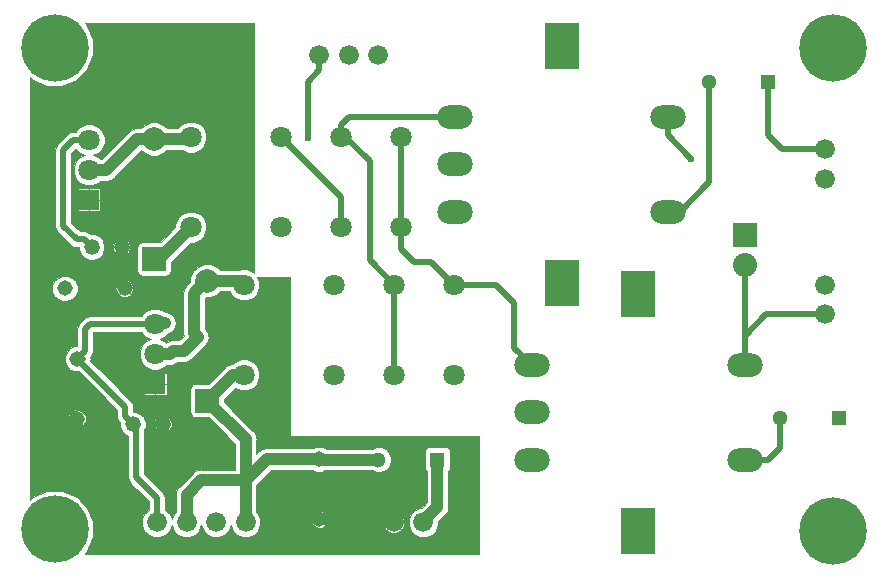
<source format=gtl>
G04 #@! TF.GenerationSoftware,KiCad,Pcbnew,(5.0.0)*
G04 #@! TF.CreationDate,2018-11-08T09:59:28+09:00*
G04 #@! TF.ProjectId,Headphone-controler-v2r2,4865616470686F6E652D636F6E74726F,rev?*
G04 #@! TF.SameCoordinates,Original*
G04 #@! TF.FileFunction,Copper,L1,Top,Signal*
G04 #@! TF.FilePolarity,Positive*
%FSLAX46Y46*%
G04 Gerber Fmt 4.6, Leading zero omitted, Abs format (unit mm)*
G04 Created by KiCad (PCBNEW (5.0.0)) date 11/08/18 09:59:28*
%MOMM*%
%LPD*%
G01*
G04 APERTURE LIST*
G04 #@! TA.AperFunction,ComponentPad*
%ADD10R,1.300000X1.300000*%
G04 #@! TD*
G04 #@! TA.AperFunction,ComponentPad*
%ADD11C,1.300000*%
G04 #@! TD*
G04 #@! TA.AperFunction,ComponentPad*
%ADD12C,1.676400*%
G04 #@! TD*
G04 #@! TA.AperFunction,ComponentPad*
%ADD13C,1.308000*%
G04 #@! TD*
G04 #@! TA.AperFunction,ComponentPad*
%ADD14R,2.032000X2.032000*%
G04 #@! TD*
G04 #@! TA.AperFunction,ComponentPad*
%ADD15O,2.032000X2.032000*%
G04 #@! TD*
G04 #@! TA.AperFunction,ComponentPad*
%ADD16R,1.800000X1.800000*%
G04 #@! TD*
G04 #@! TA.AperFunction,ComponentPad*
%ADD17C,1.800000*%
G04 #@! TD*
G04 #@! TA.AperFunction,ComponentPad*
%ADD18C,1.320800*%
G04 #@! TD*
G04 #@! TA.AperFunction,ComponentPad*
%ADD19R,3.000000X4.000000*%
G04 #@! TD*
G04 #@! TA.AperFunction,ComponentPad*
%ADD20O,3.000000X2.000000*%
G04 #@! TD*
G04 #@! TA.AperFunction,ComponentPad*
%ADD21C,1.998980*%
G04 #@! TD*
G04 #@! TA.AperFunction,ComponentPad*
%ADD22R,1.998980X1.998980*%
G04 #@! TD*
G04 #@! TA.AperFunction,ComponentPad*
%ADD23C,5.700000*%
G04 #@! TD*
G04 #@! TA.AperFunction,ViaPad*
%ADD24C,0.600000*%
G04 #@! TD*
G04 #@! TA.AperFunction,ViaPad*
%ADD25C,0.400000*%
G04 #@! TD*
G04 #@! TA.AperFunction,Conductor*
%ADD26C,0.500000*%
G04 #@! TD*
G04 #@! TA.AperFunction,Conductor*
%ADD27C,0.200000*%
G04 #@! TD*
G04 #@! TA.AperFunction,Conductor*
%ADD28C,1.000000*%
G04 #@! TD*
G04 #@! TA.AperFunction,Conductor*
%ADD29C,0.025400*%
G04 #@! TD*
G04 APERTURE END LIST*
D10*
G04 #@! TO.P,F1,1*
G04 #@! TO.N,Net-(F1-Pad1)*
X131500000Y-107000000D03*
D11*
G04 #@! TO.P,F1,2*
G04 #@! TO.N,+5V*
X126500000Y-107000000D03*
G04 #@! TD*
D12*
G04 #@! TO.P,JP2,2*
G04 #@! TO.N,GND*
X127800000Y-112300000D03*
G04 #@! TO.P,JP2,1*
G04 #@! TO.N,Net-(F1-Pad1)*
X130300000Y-112300000D03*
G04 #@! TD*
D10*
G04 #@! TO.P,C1,1*
G04 #@! TO.N,Net-(C1-Pad1)*
X159500000Y-75000000D03*
D11*
G04 #@! TO.P,C1,2*
G04 #@! TO.N,Net-(C1-Pad2)*
X154500000Y-75000000D03*
G04 #@! TD*
D10*
G04 #@! TO.P,C2,1*
G04 #@! TO.N,Net-(C2-Pad1)*
X165500000Y-103500000D03*
D11*
G04 #@! TO.P,C2,2*
G04 #@! TO.N,Net-(C2-Pad2)*
X160500000Y-103500000D03*
G04 #@! TD*
D13*
G04 #@! TO.P,C3,1*
G04 #@! TO.N,+5V*
X121500000Y-106960000D03*
G04 #@! TO.P,C3,2*
G04 #@! TO.N,GND*
X121500000Y-112040000D03*
G04 #@! TD*
G04 #@! TO.P,C4,1*
G04 #@! TO.N,Net-(C4-Pad1)*
X99960000Y-92500000D03*
G04 #@! TO.P,C4,2*
G04 #@! TO.N,GND*
X105040000Y-92500000D03*
G04 #@! TD*
G04 #@! TO.P,C5,1*
G04 #@! TO.N,Net-(C5-Pad1)*
X101000000Y-98460000D03*
G04 #@! TO.P,C5,2*
G04 #@! TO.N,GND*
X101000000Y-103540000D03*
G04 #@! TD*
D12*
G04 #@! TO.P,JP1,2*
G04 #@! TO.N,Net-(JP1-Pad2)*
X124000000Y-72700000D03*
G04 #@! TO.P,JP1,1*
G04 #@! TO.N,Net-(JP1-Pad1)*
X121500000Y-72700000D03*
G04 #@! TO.P,JP1,3*
G04 #@! TO.N,Net-(JP1-Pad3)*
X126500000Y-72700000D03*
G04 #@! TD*
G04 #@! TO.P,JP3,2*
G04 #@! TO.N,Net-(C4-Pad1)*
X112750000Y-112300000D03*
G04 #@! TO.P,JP3,1*
G04 #@! TO.N,+5V*
X115250000Y-112300000D03*
G04 #@! TO.P,JP3,3*
X110250000Y-112300000D03*
G04 #@! TO.P,JP3,4*
G04 #@! TO.N,Net-(C5-Pad1)*
X107750000Y-112300000D03*
G04 #@! TD*
D14*
G04 #@! TO.P,JP4,1*
G04 #@! TO.N,Net-(JP4-Pad1)*
X157500000Y-88000000D03*
D15*
G04 #@! TO.P,JP4,2*
G04 #@! TO.N,Net-(JP4-Pad2)*
X157500000Y-90540000D03*
G04 #@! TD*
D12*
G04 #@! TO.P,JP5,2*
G04 #@! TO.N,Net-(JP4-Pad1)*
X164300000Y-83200000D03*
G04 #@! TO.P,JP5,1*
G04 #@! TO.N,Net-(C1-Pad1)*
X164300000Y-80700000D03*
G04 #@! TD*
G04 #@! TO.P,JP6,2*
G04 #@! TO.N,Net-(JP4-Pad2)*
X164300000Y-94700000D03*
G04 #@! TO.P,JP6,1*
G04 #@! TO.N,Net-(C2-Pad1)*
X164300000Y-92200000D03*
G04 #@! TD*
D16*
G04 #@! TO.P,Q1,1*
G04 #@! TO.N,GND*
X102000000Y-85000000D03*
D17*
G04 #@! TO.P,Q1,2*
G04 #@! TO.N,Net-(D1-Pad2)*
X102000000Y-82460000D03*
G04 #@! TO.P,Q1,3*
G04 #@! TO.N,Net-(C4-Pad1)*
X102000000Y-79920000D03*
G04 #@! TD*
D16*
G04 #@! TO.P,Q2,1*
G04 #@! TO.N,GND*
X107600000Y-100600000D03*
D17*
G04 #@! TO.P,Q2,2*
G04 #@! TO.N,Net-(D2-Pad2)*
X107600000Y-98060000D03*
G04 #@! TO.P,Q2,3*
G04 #@! TO.N,Net-(C5-Pad1)*
X107600000Y-95520000D03*
G04 #@! TD*
D18*
G04 #@! TO.P,R1,1*
G04 #@! TO.N,Net-(C4-Pad1)*
X102230000Y-89000000D03*
G04 #@! TO.P,R1,2*
G04 #@! TO.N,GND*
X104770000Y-89000000D03*
G04 #@! TD*
G04 #@! TO.P,R2,1*
G04 #@! TO.N,Net-(C5-Pad1)*
X105730000Y-104000000D03*
G04 #@! TO.P,R2,2*
G04 #@! TO.N,GND*
X108270000Y-104000000D03*
G04 #@! TD*
D17*
G04 #@! TO.P,RL1,16*
G04 #@! TO.N,Net-(D1-Pad2)*
X110610000Y-79690000D03*
G04 #@! TO.P,RL1,1*
G04 #@! TO.N,+5V*
X110610000Y-87310000D03*
G04 #@! TO.P,RL1,4*
G04 #@! TO.N,Net-(JP1-Pad1)*
X118230000Y-87310000D03*
G04 #@! TO.P,RL1,6*
G04 #@! TO.N,Net-(RL1-Pad13)*
X123310000Y-87310000D03*
G04 #@! TO.P,RL1,8*
G04 #@! TO.N,Net-(RL1-Pad8)*
X128390000Y-87310000D03*
G04 #@! TO.P,RL1,13*
G04 #@! TO.N,Net-(RL1-Pad13)*
X118230000Y-79690000D03*
G04 #@! TO.P,RL1,11*
G04 #@! TO.N,Net-(RL1-Pad11)*
X123310000Y-79690000D03*
G04 #@! TO.P,RL1,9*
G04 #@! TO.N,Net-(RL1-Pad8)*
X128390000Y-79690000D03*
G04 #@! TD*
G04 #@! TO.P,RL2,16*
G04 #@! TO.N,Net-(D2-Pad2)*
X115110000Y-92190000D03*
G04 #@! TO.P,RL2,1*
G04 #@! TO.N,+5V*
X115110000Y-99810000D03*
G04 #@! TO.P,RL2,4*
G04 #@! TO.N,Net-(JP1-Pad2)*
X122730000Y-99810000D03*
G04 #@! TO.P,RL2,6*
G04 #@! TO.N,Net-(RL1-Pad11)*
X127810000Y-99810000D03*
G04 #@! TO.P,RL2,8*
G04 #@! TO.N,Net-(RL2-Pad13)*
X132890000Y-99810000D03*
G04 #@! TO.P,RL2,13*
X122730000Y-92190000D03*
G04 #@! TO.P,RL2,11*
G04 #@! TO.N,Net-(RL1-Pad11)*
X127810000Y-92190000D03*
G04 #@! TO.P,RL2,9*
G04 #@! TO.N,Net-(RL1-Pad8)*
X132890000Y-92190000D03*
G04 #@! TD*
D19*
G04 #@! TO.P,T1,6*
G04 #@! TO.N,N/C*
X142000000Y-92000000D03*
D20*
G04 #@! TO.P,T1,3*
G04 #@! TO.N,Net-(RL1-Pad11)*
X133000000Y-78000000D03*
G04 #@! TO.P,T1,1*
G04 #@! TO.N,Net-(JP1-Pad3)*
X133000000Y-86000000D03*
G04 #@! TO.P,T1,4*
G04 #@! TO.N,Net-(JP4-Pad1)*
X151000000Y-78000000D03*
G04 #@! TO.P,T1,2*
G04 #@! TO.N,N/C*
X133000000Y-82000000D03*
G04 #@! TO.P,T1,5*
G04 #@! TO.N,Net-(C1-Pad2)*
X151000000Y-86000000D03*
D19*
G04 #@! TO.P,T1,6*
G04 #@! TO.N,N/C*
X142000000Y-72000000D03*
G04 #@! TD*
G04 #@! TO.P,T2,6*
G04 #@! TO.N,N/C*
X148500000Y-113000000D03*
D20*
G04 #@! TO.P,T2,3*
G04 #@! TO.N,Net-(RL1-Pad8)*
X139500000Y-99000000D03*
G04 #@! TO.P,T2,1*
G04 #@! TO.N,Net-(JP1-Pad3)*
X139500000Y-107000000D03*
G04 #@! TO.P,T2,4*
G04 #@! TO.N,Net-(JP4-Pad2)*
X157500000Y-99000000D03*
G04 #@! TO.P,T2,2*
G04 #@! TO.N,N/C*
X139500000Y-103000000D03*
G04 #@! TO.P,T2,5*
G04 #@! TO.N,Net-(C2-Pad2)*
X157500000Y-107000000D03*
D19*
G04 #@! TO.P,T2,6*
G04 #@! TO.N,N/C*
X148500000Y-93000000D03*
G04 #@! TD*
D21*
G04 #@! TO.P,D1,2*
G04 #@! TO.N,Net-(D1-Pad2)*
X107497460Y-79840000D03*
D22*
G04 #@! TO.P,D1,1*
G04 #@! TO.N,+5V*
X107497460Y-90000000D03*
G04 #@! TD*
D21*
G04 #@! TO.P,D2,2*
G04 #@! TO.N,Net-(D2-Pad2)*
X111997460Y-91840000D03*
D22*
G04 #@! TO.P,D2,1*
G04 #@! TO.N,+5V*
X111997460Y-102000000D03*
G04 #@! TD*
D23*
G04 #@! TO.P,REF\002A\002A,1*
G04 #@! TO.N,N/C*
X165000000Y-72100000D03*
G04 #@! TD*
G04 #@! TO.P,REF\002A\002A,1*
G04 #@! TO.N,N/C*
X165000000Y-113000000D03*
G04 #@! TD*
G04 #@! TO.P,REF\002A\002A,1*
G04 #@! TO.N,N/C*
X99100000Y-72100000D03*
G04 #@! TD*
G04 #@! TO.P,REF\002A\002A,1*
G04 #@! TO.N,N/C*
X99100000Y-112900000D03*
G04 #@! TD*
D24*
G04 #@! TO.N,GND*
X114400000Y-89400000D03*
X114600000Y-83200000D03*
X114800000Y-77200000D03*
X114800000Y-71400000D03*
X108800000Y-71400000D03*
X103600000Y-71200000D03*
X103800000Y-73600000D03*
X100800000Y-76200000D03*
X97800000Y-77600000D03*
X97800000Y-84000000D03*
X98000000Y-91000000D03*
X98000000Y-97000000D03*
X98200000Y-102600000D03*
D25*
X117000000Y-103000000D03*
X114500000Y-102000000D03*
X115500000Y-101500000D03*
X117000000Y-101000000D03*
X117000000Y-98000000D03*
X115500000Y-98000000D03*
X113500000Y-98500000D03*
X113500000Y-96000000D03*
X112000000Y-94000000D03*
X114500000Y-94000000D03*
X116500000Y-93500000D03*
X118000000Y-92000000D03*
X118000000Y-94000000D03*
X118000000Y-98000000D03*
X118000000Y-102500000D03*
X118000000Y-104500000D03*
X119000000Y-105500000D03*
X122000000Y-105500000D03*
X125500000Y-105500000D03*
X129500000Y-105500000D03*
X133000000Y-112000000D03*
X133000000Y-108000000D03*
X134000000Y-106000000D03*
X134000000Y-110000000D03*
X134000000Y-114000000D03*
X129000000Y-114000000D03*
X125000000Y-114000000D03*
X119000000Y-114000000D03*
X115000000Y-114000000D03*
X111000000Y-114000000D03*
X107000000Y-114000000D03*
X103500000Y-113500000D03*
X101800000Y-109600000D03*
X98200000Y-107200000D03*
D24*
X118500000Y-109250000D03*
X103500000Y-107500000D03*
X108000000Y-107500000D03*
G04 #@! TO.N,Net-(JP1-Pad1)*
X120500000Y-79750000D03*
G04 #@! TO.N,Net-(JP4-Pad1)*
X153000000Y-81500000D03*
G04 #@! TD*
D26*
G04 #@! TO.N,Net-(C1-Pad1)*
X164300000Y-80700000D02*
X160700000Y-80700000D01*
X159500000Y-79500000D02*
X159500000Y-75000000D01*
X160700000Y-80700000D02*
X159500000Y-79500000D01*
G04 #@! TO.N,Net-(C1-Pad2)*
X154500000Y-75000000D02*
X154500000Y-83500000D01*
X154500000Y-83500000D02*
X152000000Y-86000000D01*
X152000000Y-86000000D02*
X151000000Y-86000000D01*
G04 #@! TO.N,Net-(C2-Pad2)*
X157500000Y-107000000D02*
X159500000Y-107000000D01*
X160500000Y-106000000D02*
X160500000Y-103500000D01*
X159500000Y-107000000D02*
X160500000Y-106000000D01*
D27*
G04 #@! TO.N,GND*
X101000000Y-103540000D02*
X99140000Y-103540000D01*
X114400000Y-83400000D02*
X114400000Y-89400000D01*
X114600000Y-83200000D02*
X114400000Y-83400000D01*
X103800000Y-71400000D02*
X108800000Y-71400000D01*
X103600000Y-71200000D02*
X103800000Y-71400000D01*
X103400000Y-73600000D02*
X103800000Y-73600000D01*
X100800000Y-76200000D02*
X103400000Y-73600000D01*
X97800000Y-84000000D02*
X97800000Y-77600000D01*
X98000000Y-97000000D02*
X98000000Y-91000000D01*
X99140000Y-103540000D02*
X98200000Y-102600000D01*
X115500000Y-103000000D02*
X117000000Y-103000000D01*
X114500000Y-102000000D02*
X115500000Y-103000000D01*
X116500000Y-101500000D02*
X115500000Y-101500000D01*
X117000000Y-101000000D02*
X116500000Y-101500000D01*
X115500000Y-98000000D02*
X117000000Y-98000000D01*
X113500000Y-96000000D02*
X113500000Y-98500000D01*
X114500000Y-94000000D02*
X112000000Y-94000000D01*
X116500000Y-92500000D02*
X116500000Y-93500000D01*
X117000000Y-92000000D02*
X116500000Y-92500000D01*
X118000000Y-92000000D02*
X117000000Y-92000000D01*
X118000000Y-98000000D02*
X118000000Y-94000000D01*
X118000000Y-104500000D02*
X118000000Y-102500000D01*
X122000000Y-105500000D02*
X119000000Y-105500000D01*
X129500000Y-105500000D02*
X125500000Y-105500000D01*
X101000000Y-103540000D02*
X98200000Y-107200000D01*
X133000000Y-107000000D02*
X133000000Y-108000000D01*
X134000000Y-106000000D02*
X133000000Y-107000000D01*
X134000000Y-114000000D02*
X134000000Y-110000000D01*
X125000000Y-114000000D02*
X129000000Y-114000000D01*
X115000000Y-114000000D02*
X119000000Y-114000000D01*
X107000000Y-114000000D02*
X111000000Y-114000000D01*
X101800000Y-109600000D02*
X103500000Y-113500000D01*
D28*
X121500000Y-112040000D02*
X121290000Y-112040000D01*
X121290000Y-112040000D02*
X118500000Y-109250000D01*
X127800000Y-112300000D02*
X123800000Y-112300000D01*
X123540000Y-112040000D02*
X121500000Y-112040000D01*
X123800000Y-112300000D02*
X123540000Y-112040000D01*
X104770000Y-89000000D02*
X104770000Y-92230000D01*
X104770000Y-92230000D02*
X105040000Y-92500000D01*
X101000000Y-103540000D02*
X101000000Y-105000000D01*
X101000000Y-105000000D02*
X103500000Y-107500000D01*
X108000000Y-107500000D02*
X108270000Y-107230000D01*
X108270000Y-107230000D02*
X108270000Y-104000000D01*
D27*
X114800000Y-71400000D02*
X114800000Y-77200000D01*
D26*
G04 #@! TO.N,Net-(C4-Pad1)*
X101569601Y-88339601D02*
X100939601Y-88339601D01*
X102230000Y-89000000D02*
X101569601Y-88339601D01*
X100939601Y-88339601D02*
X99800000Y-87200000D01*
X99800000Y-87200000D02*
X99800000Y-80800000D01*
X100680000Y-79920000D02*
X102000000Y-79920000D01*
X99800000Y-80800000D02*
X100680000Y-79920000D01*
G04 #@! TO.N,Net-(C5-Pad1)*
X107750000Y-112300000D02*
X107750000Y-110250000D01*
X106000000Y-108500000D02*
X106000000Y-104270000D01*
X107750000Y-110250000D02*
X106000000Y-108500000D01*
X106000000Y-104270000D02*
X105730000Y-104000000D01*
X101000000Y-98460000D02*
X101460000Y-98460000D01*
D28*
X108000000Y-95420000D02*
X108417460Y-95420000D01*
D26*
X105069601Y-102529601D02*
X101000000Y-98460000D01*
X105730000Y-104000000D02*
X105069601Y-103339601D01*
X105069601Y-103339601D02*
X105069601Y-102529601D01*
X101653999Y-97806001D02*
X101653999Y-95946001D01*
X101000000Y-98460000D02*
X101653999Y-97806001D01*
X102080000Y-95520000D02*
X107600000Y-95520000D01*
X101653999Y-95946001D02*
X102080000Y-95520000D01*
D28*
G04 #@! TO.N,+5V*
X110250000Y-112300000D02*
X110250000Y-110000000D01*
X111500000Y-108750000D02*
X115250000Y-108750000D01*
X110250000Y-110000000D02*
X111500000Y-108750000D01*
X107497460Y-90000000D02*
X107920000Y-90000000D01*
X107920000Y-90000000D02*
X110610000Y-87310000D01*
X115250000Y-112300000D02*
X115250000Y-108750000D01*
X117040000Y-106960000D02*
X121500000Y-106960000D01*
X115250000Y-108750000D02*
X117040000Y-106960000D01*
X121500000Y-106960000D02*
X121540000Y-107000000D01*
X121540000Y-107000000D02*
X126500000Y-107000000D01*
X115110000Y-99810000D02*
X114187460Y-99810000D01*
X114187460Y-99810000D02*
X111997460Y-102000000D01*
X111997460Y-102000000D02*
X112000000Y-102000000D01*
X112000000Y-102000000D02*
X115250000Y-105250000D01*
X115250000Y-105250000D02*
X115250000Y-112300000D01*
G04 #@! TO.N,Net-(D1-Pad2)*
X107497460Y-79840000D02*
X110460000Y-79840000D01*
X110460000Y-79840000D02*
X110610000Y-79690000D01*
X110340000Y-79960000D02*
X110610000Y-79690000D01*
X103463968Y-82460000D02*
X102000000Y-82460000D01*
X107497460Y-79840000D02*
X106083968Y-79840000D01*
X106083968Y-79840000D02*
X103463968Y-82460000D01*
G04 #@! TO.N,Net-(D2-Pad2)*
X111997460Y-91840000D02*
X114760000Y-91840000D01*
X114760000Y-91840000D02*
X115110000Y-92190000D01*
X108872792Y-98060000D02*
X109132792Y-97800000D01*
X107600000Y-98060000D02*
X108872792Y-98060000D01*
X109132792Y-97800000D02*
X110000000Y-97800000D01*
X110000000Y-97800000D02*
X111200000Y-96600000D01*
X110997971Y-92839489D02*
X111997460Y-91840000D01*
X110899999Y-92937461D02*
X110997971Y-92839489D01*
X110899999Y-96299999D02*
X110899999Y-92937461D01*
X111200000Y-96600000D02*
X110899999Y-96299999D01*
D26*
G04 #@! TO.N,Net-(JP1-Pad1)*
X121500000Y-72200000D02*
X121500000Y-74000000D01*
X120500000Y-75000000D02*
X120500000Y-79750000D01*
X121500000Y-74000000D02*
X120500000Y-75000000D01*
X118230000Y-87310000D02*
X117810000Y-87310000D01*
G04 #@! TO.N,Net-(JP4-Pad1)*
X151000000Y-78000000D02*
X151000000Y-79500000D01*
X151000000Y-79500000D02*
X153000000Y-81500000D01*
G04 #@! TO.N,Net-(JP4-Pad2)*
X157500000Y-90540000D02*
X157500000Y-99000000D01*
X157500000Y-99000000D02*
X157500000Y-96500000D01*
X159300000Y-94700000D02*
X164300000Y-94700000D01*
X157500000Y-96500000D02*
X159300000Y-94700000D01*
G04 #@! TO.N,Net-(RL1-Pad11)*
X127810000Y-99810000D02*
X127810000Y-92190000D01*
X123310000Y-79690000D02*
X123690000Y-79690000D01*
X123690000Y-79690000D02*
X125750000Y-81750000D01*
X125750000Y-90130000D02*
X127810000Y-92190000D01*
X125750000Y-81750000D02*
X125750000Y-90130000D01*
X133000000Y-78000000D02*
X126500000Y-78000000D01*
X123310000Y-78690000D02*
X123310000Y-79690000D01*
X124000000Y-78000000D02*
X123310000Y-78690000D01*
X126500000Y-78000000D02*
X124000000Y-78000000D01*
G04 #@! TO.N,Net-(RL1-Pad8)*
X132890000Y-92190000D02*
X136440000Y-92190000D01*
X138000000Y-97500000D02*
X139500000Y-99000000D01*
X138000000Y-93750000D02*
X138000000Y-97500000D01*
X136440000Y-92190000D02*
X138000000Y-93750000D01*
X128390000Y-87310000D02*
X128390000Y-89140000D01*
X130950000Y-90250000D02*
X132890000Y-92190000D01*
X129500000Y-90250000D02*
X130950000Y-90250000D01*
X128390000Y-89140000D02*
X129500000Y-90250000D01*
X128390000Y-87310000D02*
X128390000Y-79690000D01*
G04 #@! TO.N,Net-(RL1-Pad13)*
X123310000Y-87310000D02*
X123310000Y-84770000D01*
X123310000Y-84770000D02*
X118230000Y-79690000D01*
D28*
G04 #@! TO.N,Net-(F1-Pad1)*
X130300000Y-112300000D02*
X130300000Y-112200000D01*
X130300000Y-112200000D02*
X131500000Y-111000000D01*
X131500000Y-111000000D02*
X131500000Y-107000000D01*
G04 #@! TD*
D29*
G04 #@! TO.N,GND*
G36*
X115987300Y-91210862D02*
X115853585Y-91077147D01*
X115371112Y-90877300D01*
X114848888Y-90877300D01*
X114767662Y-90910945D01*
X114760000Y-90909421D01*
X114670115Y-90927300D01*
X113081898Y-90927300D01*
X112797401Y-90642803D01*
X112278362Y-90427810D01*
X111716558Y-90427810D01*
X111197519Y-90642803D01*
X110800263Y-91040059D01*
X110585270Y-91559098D01*
X110585270Y-91961438D01*
X110318183Y-92228525D01*
X110241981Y-92279442D01*
X110191064Y-92355644D01*
X110191062Y-92355646D01*
X110040255Y-92581344D01*
X109969420Y-92937461D01*
X109987300Y-93027351D01*
X109987299Y-96210114D01*
X109969420Y-96299999D01*
X109987299Y-96389884D01*
X109987299Y-96389887D01*
X110009209Y-96500038D01*
X109621948Y-96887300D01*
X109222677Y-96887300D01*
X109132792Y-96869421D01*
X109042907Y-96887300D01*
X109042903Y-96887300D01*
X108776674Y-96940256D01*
X108512926Y-97116488D01*
X108343585Y-96947147D01*
X107964199Y-96790000D01*
X108343585Y-96632853D01*
X108677604Y-96298834D01*
X108773578Y-96279744D01*
X109075479Y-96078019D01*
X109277204Y-95776118D01*
X109348040Y-95420000D01*
X109277204Y-95063882D01*
X109075479Y-94761981D01*
X108773578Y-94560256D01*
X108507349Y-94507300D01*
X108443738Y-94507300D01*
X108343585Y-94407147D01*
X107861112Y-94207300D01*
X107338888Y-94207300D01*
X106856415Y-94407147D01*
X106487147Y-94776415D01*
X106453643Y-94857300D01*
X102145264Y-94857300D01*
X102079999Y-94844318D01*
X102014734Y-94857300D01*
X102014730Y-94857300D01*
X101821427Y-94895750D01*
X101602220Y-95042220D01*
X101565248Y-95097552D01*
X101231553Y-95431248D01*
X101176220Y-95468221D01*
X101139247Y-95523555D01*
X101029749Y-95687429D01*
X100978317Y-95946001D01*
X100991300Y-96011272D01*
X100991299Y-97393300D01*
X100787820Y-97393300D01*
X100395763Y-97555695D01*
X100095695Y-97855763D01*
X99933300Y-98247820D01*
X99933300Y-98672180D01*
X100095695Y-99064237D01*
X100395763Y-99364305D01*
X100787820Y-99526700D01*
X101129502Y-99526700D01*
X104406901Y-102804100D01*
X104406901Y-103274335D01*
X104393919Y-103339601D01*
X104406901Y-103404867D01*
X104406901Y-103404870D01*
X104445351Y-103598173D01*
X104591821Y-103817380D01*
X104647156Y-103854354D01*
X104656900Y-103864098D01*
X104656900Y-104213453D01*
X104820270Y-104607862D01*
X105122138Y-104909730D01*
X105337301Y-104998854D01*
X105337300Y-108434733D01*
X105324318Y-108500000D01*
X105337300Y-108565266D01*
X105337300Y-108565269D01*
X105375750Y-108758572D01*
X105522220Y-108977779D01*
X105577555Y-109014753D01*
X107087301Y-110524500D01*
X107087301Y-111220534D01*
X107041422Y-111239538D01*
X106689538Y-111591422D01*
X106499100Y-112051180D01*
X106499100Y-112548820D01*
X106689538Y-113008578D01*
X107041422Y-113360462D01*
X107501180Y-113550900D01*
X107998820Y-113550900D01*
X108458578Y-113360462D01*
X108810462Y-113008578D01*
X109000000Y-112550993D01*
X109189538Y-113008578D01*
X109541422Y-113360462D01*
X110001180Y-113550900D01*
X110498820Y-113550900D01*
X110958578Y-113360462D01*
X111310462Y-113008578D01*
X111500000Y-112550993D01*
X111689538Y-113008578D01*
X112041422Y-113360462D01*
X112501180Y-113550900D01*
X112998820Y-113550900D01*
X113458578Y-113360462D01*
X113810462Y-113008578D01*
X114000000Y-112550993D01*
X114189538Y-113008578D01*
X114541422Y-113360462D01*
X115001180Y-113550900D01*
X115498820Y-113550900D01*
X115958578Y-113360462D01*
X116310462Y-113008578D01*
X116335644Y-112947781D01*
X127170179Y-112947781D01*
X127269937Y-113051175D01*
X127597748Y-113196841D01*
X127956351Y-113205971D01*
X128291149Y-113077175D01*
X128330063Y-113051175D01*
X128429821Y-112947781D01*
X127800000Y-112317961D01*
X127170179Y-112947781D01*
X116335644Y-112947781D01*
X116498355Y-112554964D01*
X121002997Y-112554964D01*
X121080341Y-112639218D01*
X121341596Y-112754201D01*
X121626967Y-112760454D01*
X121893008Y-112657025D01*
X121919659Y-112639218D01*
X121997003Y-112554964D01*
X121500000Y-112057961D01*
X121002997Y-112554964D01*
X116498355Y-112554964D01*
X116500900Y-112548820D01*
X116500900Y-112166967D01*
X120779546Y-112166967D01*
X120882975Y-112433008D01*
X120900782Y-112459659D01*
X120985036Y-112537003D01*
X121482039Y-112040000D01*
X121517961Y-112040000D01*
X122014964Y-112537003D01*
X122099218Y-112459659D01*
X122100673Y-112456351D01*
X126894029Y-112456351D01*
X127022825Y-112791149D01*
X127048825Y-112830063D01*
X127152219Y-112929821D01*
X127782039Y-112300000D01*
X127817961Y-112300000D01*
X128447781Y-112929821D01*
X128551175Y-112830063D01*
X128696841Y-112502252D01*
X128705971Y-112143649D01*
X128670399Y-112051180D01*
X129049100Y-112051180D01*
X129049100Y-112548820D01*
X129239538Y-113008578D01*
X129591422Y-113360462D01*
X130051180Y-113550900D01*
X130548820Y-113550900D01*
X131008578Y-113360462D01*
X131360462Y-113008578D01*
X131550900Y-112548820D01*
X131550900Y-112239853D01*
X132081818Y-111708935D01*
X132158019Y-111658019D01*
X132248354Y-111522825D01*
X132359744Y-111356118D01*
X132382933Y-111239538D01*
X132412700Y-111089889D01*
X132412700Y-111089886D01*
X132430579Y-111000001D01*
X132412700Y-110910116D01*
X132412700Y-107970819D01*
X132447540Y-107947540D01*
X132538755Y-107811027D01*
X132570785Y-107650000D01*
X132570785Y-106350000D01*
X132538755Y-106188973D01*
X132447540Y-106052460D01*
X132311027Y-105961245D01*
X132150000Y-105929215D01*
X130850000Y-105929215D01*
X130688973Y-105961245D01*
X130552460Y-106052460D01*
X130461245Y-106188973D01*
X130429215Y-106350000D01*
X130429215Y-107650000D01*
X130461245Y-107811027D01*
X130552460Y-107947540D01*
X130587301Y-107970820D01*
X130587300Y-110621947D01*
X130160148Y-111049100D01*
X130051180Y-111049100D01*
X129591422Y-111239538D01*
X129239538Y-111591422D01*
X129049100Y-112051180D01*
X128670399Y-112051180D01*
X128577175Y-111808851D01*
X128551175Y-111769937D01*
X128447781Y-111670179D01*
X127817961Y-112300000D01*
X127782039Y-112300000D01*
X127152219Y-111670179D01*
X127048825Y-111769937D01*
X126903159Y-112097748D01*
X126894029Y-112456351D01*
X122100673Y-112456351D01*
X122214201Y-112198404D01*
X122220454Y-111913033D01*
X122119058Y-111652219D01*
X127170179Y-111652219D01*
X127800000Y-112282039D01*
X128429821Y-111652219D01*
X128330063Y-111548825D01*
X128002252Y-111403159D01*
X127643649Y-111394029D01*
X127308851Y-111522825D01*
X127269937Y-111548825D01*
X127170179Y-111652219D01*
X122119058Y-111652219D01*
X122117025Y-111646992D01*
X122099218Y-111620341D01*
X122014964Y-111542997D01*
X121517961Y-112040000D01*
X121482039Y-112040000D01*
X120985036Y-111542997D01*
X120900782Y-111620341D01*
X120785799Y-111881596D01*
X120779546Y-112166967D01*
X116500900Y-112166967D01*
X116500900Y-112051180D01*
X116310462Y-111591422D01*
X116244076Y-111525036D01*
X121002997Y-111525036D01*
X121500000Y-112022039D01*
X121997003Y-111525036D01*
X121919659Y-111440782D01*
X121658404Y-111325799D01*
X121373033Y-111319546D01*
X121106992Y-111422975D01*
X121080341Y-111440782D01*
X121002997Y-111525036D01*
X116244076Y-111525036D01*
X116162700Y-111443660D01*
X116162700Y-109128052D01*
X117418053Y-107872700D01*
X120916030Y-107872700D01*
X121287820Y-108026700D01*
X121712180Y-108026700D01*
X121987401Y-107912700D01*
X125926483Y-107912700D01*
X126288616Y-108062700D01*
X126711384Y-108062700D01*
X127101971Y-107900914D01*
X127400914Y-107601971D01*
X127562700Y-107211384D01*
X127562700Y-106788616D01*
X127400914Y-106398029D01*
X127101971Y-106099086D01*
X126711384Y-105937300D01*
X126288616Y-105937300D01*
X125926483Y-106087300D01*
X122135842Y-106087300D01*
X122104237Y-106055695D01*
X121712180Y-105893300D01*
X121287820Y-105893300D01*
X120916030Y-106047300D01*
X117129884Y-106047300D01*
X117039999Y-106029421D01*
X116950114Y-106047300D01*
X116950111Y-106047300D01*
X116749017Y-106087300D01*
X116683882Y-106100256D01*
X116458184Y-106251063D01*
X116458183Y-106251064D01*
X116381981Y-106301981D01*
X116331064Y-106378183D01*
X116162700Y-106546547D01*
X116162700Y-105339884D01*
X116180579Y-105249999D01*
X116162700Y-105160112D01*
X116162700Y-105160111D01*
X116109744Y-104893882D01*
X116012121Y-104747780D01*
X115958937Y-104668184D01*
X115958936Y-104668183D01*
X115908019Y-104591981D01*
X115831818Y-104541065D01*
X113417735Y-102126983D01*
X113417735Y-101870477D01*
X114365887Y-100922325D01*
X114366415Y-100922853D01*
X114848888Y-101122700D01*
X115371112Y-101122700D01*
X115853585Y-100922853D01*
X116222853Y-100553585D01*
X116422700Y-100071112D01*
X116422700Y-99548888D01*
X116222853Y-99066415D01*
X115853585Y-98697147D01*
X115371112Y-98497300D01*
X114848888Y-98497300D01*
X114366415Y-98697147D01*
X114183317Y-98880245D01*
X114097575Y-98897300D01*
X114097571Y-98897300D01*
X113831342Y-98950256D01*
X113605644Y-99101063D01*
X113605643Y-99101064D01*
X113529441Y-99151981D01*
X113478524Y-99228183D01*
X112126983Y-100579725D01*
X110997970Y-100579725D01*
X110836943Y-100611755D01*
X110700430Y-100702970D01*
X110609215Y-100839483D01*
X110577185Y-101000510D01*
X110577185Y-102999490D01*
X110609215Y-103160517D01*
X110700430Y-103297030D01*
X110836943Y-103388245D01*
X110997970Y-103420275D01*
X112129523Y-103420275D01*
X114337300Y-105628053D01*
X114337300Y-107837300D01*
X111589885Y-107837300D01*
X111500000Y-107819421D01*
X111410115Y-107837300D01*
X111410111Y-107837300D01*
X111143882Y-107890256D01*
X110918184Y-108041063D01*
X110918183Y-108041064D01*
X110841981Y-108091981D01*
X110791064Y-108168183D01*
X109668183Y-109291065D01*
X109591982Y-109341981D01*
X109541065Y-109418183D01*
X109541063Y-109418185D01*
X109390256Y-109643883D01*
X109319421Y-110000000D01*
X109337301Y-110089890D01*
X109337300Y-111443660D01*
X109189538Y-111591422D01*
X109000000Y-112049007D01*
X108810462Y-111591422D01*
X108458578Y-111239538D01*
X108412700Y-111220535D01*
X108412700Y-110315270D01*
X108425683Y-110250000D01*
X108374250Y-109991427D01*
X108264752Y-109827553D01*
X108227780Y-109772220D01*
X108172445Y-109735246D01*
X106662700Y-108225502D01*
X106662700Y-104552408D01*
X106676298Y-104519579D01*
X107768382Y-104519579D01*
X107846505Y-104604498D01*
X108110072Y-104720547D01*
X108397987Y-104726901D01*
X108666417Y-104622590D01*
X108693495Y-104604498D01*
X108771618Y-104519579D01*
X108270000Y-104017961D01*
X107768382Y-104519579D01*
X106676298Y-104519579D01*
X106803100Y-104213453D01*
X106803100Y-104127987D01*
X107543099Y-104127987D01*
X107647410Y-104396417D01*
X107665502Y-104423495D01*
X107750421Y-104501618D01*
X108252039Y-104000000D01*
X108287961Y-104000000D01*
X108789579Y-104501618D01*
X108874498Y-104423495D01*
X108990547Y-104159928D01*
X108996901Y-103872013D01*
X108892590Y-103603583D01*
X108874498Y-103576505D01*
X108789579Y-103498382D01*
X108287961Y-104000000D01*
X108252039Y-104000000D01*
X107750421Y-103498382D01*
X107665502Y-103576505D01*
X107549453Y-103840072D01*
X107543099Y-104127987D01*
X106803100Y-104127987D01*
X106803100Y-103786547D01*
X106676299Y-103480421D01*
X107768382Y-103480421D01*
X108270000Y-103982039D01*
X108771618Y-103480421D01*
X108693495Y-103395502D01*
X108429928Y-103279453D01*
X108142013Y-103273099D01*
X107873583Y-103377410D01*
X107846505Y-103395502D01*
X107768382Y-103480421D01*
X106676299Y-103480421D01*
X106639730Y-103392138D01*
X106337862Y-103090270D01*
X105943453Y-102926900D01*
X105732301Y-102926900D01*
X105732301Y-102594871D01*
X105745284Y-102529601D01*
X105693851Y-102271028D01*
X105584353Y-102107154D01*
X105547381Y-102051821D01*
X105492047Y-102014848D01*
X104105774Y-100628575D01*
X106636500Y-100628575D01*
X106636500Y-101512631D01*
X106646167Y-101535970D01*
X106664030Y-101553833D01*
X106687369Y-101563500D01*
X107571425Y-101563500D01*
X107587300Y-101547625D01*
X107587300Y-100612700D01*
X107612700Y-100612700D01*
X107612700Y-101547625D01*
X107628575Y-101563500D01*
X108512631Y-101563500D01*
X108535970Y-101553833D01*
X108553833Y-101535970D01*
X108563500Y-101512631D01*
X108563500Y-100628575D01*
X108547625Y-100612700D01*
X107612700Y-100612700D01*
X107587300Y-100612700D01*
X106652375Y-100612700D01*
X106636500Y-100628575D01*
X104105774Y-100628575D01*
X103164568Y-99687369D01*
X106636500Y-99687369D01*
X106636500Y-100571425D01*
X106652375Y-100587300D01*
X107587300Y-100587300D01*
X107587300Y-99652375D01*
X107612700Y-99652375D01*
X107612700Y-100587300D01*
X108547625Y-100587300D01*
X108563500Y-100571425D01*
X108563500Y-99687369D01*
X108553833Y-99664030D01*
X108535970Y-99646167D01*
X108512631Y-99636500D01*
X107628575Y-99636500D01*
X107612700Y-99652375D01*
X107587300Y-99652375D01*
X107571425Y-99636500D01*
X106687369Y-99636500D01*
X106664030Y-99646167D01*
X106646167Y-99664030D01*
X106636500Y-99687369D01*
X103164568Y-99687369D01*
X102102752Y-98625554D01*
X102135683Y-98460000D01*
X102104285Y-98302151D01*
X102131778Y-98283781D01*
X102278249Y-98064574D01*
X102316699Y-97871271D01*
X102316699Y-97871267D01*
X102329681Y-97806002D01*
X102316699Y-97740737D01*
X102316699Y-96220500D01*
X102354499Y-96182700D01*
X106453643Y-96182700D01*
X106487147Y-96263585D01*
X106856415Y-96632853D01*
X107235801Y-96790000D01*
X106856415Y-96947147D01*
X106487147Y-97316415D01*
X106287300Y-97798888D01*
X106287300Y-98321112D01*
X106487147Y-98803585D01*
X106856415Y-99172853D01*
X107338888Y-99372700D01*
X107861112Y-99372700D01*
X108343585Y-99172853D01*
X108543738Y-98972700D01*
X108782907Y-98972700D01*
X108872792Y-98990579D01*
X108962677Y-98972700D01*
X108962681Y-98972700D01*
X109228910Y-98919744D01*
X109530811Y-98718019D01*
X109534365Y-98712700D01*
X109910115Y-98712700D01*
X110000000Y-98730579D01*
X110089885Y-98712700D01*
X110089889Y-98712700D01*
X110356118Y-98659744D01*
X110658019Y-98458019D01*
X110708938Y-98381814D01*
X111781818Y-97308934D01*
X111858019Y-97258019D01*
X111908934Y-97181819D01*
X111908937Y-97181816D01*
X112059744Y-96956118D01*
X112130579Y-96600001D01*
X112124662Y-96570251D01*
X112095527Y-96423781D01*
X112059744Y-96243883D01*
X111858019Y-95941981D01*
X111812699Y-95911699D01*
X111812699Y-93315513D01*
X111876022Y-93252190D01*
X112278362Y-93252190D01*
X112797401Y-93037197D01*
X113081898Y-92752700D01*
X113922222Y-92752700D01*
X113997147Y-92933585D01*
X114366415Y-93302853D01*
X114848888Y-93502700D01*
X115371112Y-93502700D01*
X115853585Y-93302853D01*
X116222853Y-92933585D01*
X116422700Y-92451112D01*
X116422700Y-91928888D01*
X116250309Y-91512700D01*
X118987300Y-91512700D01*
X118987300Y-105000000D01*
X118988267Y-105004860D01*
X118991020Y-105008980D01*
X118995140Y-105011733D01*
X119000000Y-105012700D01*
X134987300Y-105012700D01*
X134987300Y-114987300D01*
X101626854Y-114987300D01*
X101865983Y-114748171D01*
X102362700Y-113548991D01*
X102362700Y-112251009D01*
X101865983Y-111051829D01*
X100948171Y-110134017D01*
X99748991Y-109637300D01*
X98451009Y-109637300D01*
X97251829Y-110134017D01*
X97012700Y-110373146D01*
X97012700Y-104054964D01*
X100502997Y-104054964D01*
X100580341Y-104139218D01*
X100841596Y-104254201D01*
X101126967Y-104260454D01*
X101393008Y-104157025D01*
X101419659Y-104139218D01*
X101497003Y-104054964D01*
X101000000Y-103557961D01*
X100502997Y-104054964D01*
X97012700Y-104054964D01*
X97012700Y-103666967D01*
X100279546Y-103666967D01*
X100382975Y-103933008D01*
X100400782Y-103959659D01*
X100485036Y-104037003D01*
X100982039Y-103540000D01*
X101017961Y-103540000D01*
X101514964Y-104037003D01*
X101599218Y-103959659D01*
X101714201Y-103698404D01*
X101720454Y-103413033D01*
X101617025Y-103146992D01*
X101599218Y-103120341D01*
X101514964Y-103042997D01*
X101017961Y-103540000D01*
X100982039Y-103540000D01*
X100485036Y-103042997D01*
X100400782Y-103120341D01*
X100285799Y-103381596D01*
X100279546Y-103666967D01*
X97012700Y-103666967D01*
X97012700Y-103025036D01*
X100502997Y-103025036D01*
X101000000Y-103522039D01*
X101497003Y-103025036D01*
X101419659Y-102940782D01*
X101158404Y-102825799D01*
X100873033Y-102819546D01*
X100606992Y-102922975D01*
X100580341Y-102940782D01*
X100502997Y-103025036D01*
X97012700Y-103025036D01*
X97012700Y-92287820D01*
X98893300Y-92287820D01*
X98893300Y-92712180D01*
X99055695Y-93104237D01*
X99355763Y-93404305D01*
X99747820Y-93566700D01*
X100172180Y-93566700D01*
X100564237Y-93404305D01*
X100864305Y-93104237D01*
X100901283Y-93014964D01*
X104542997Y-93014964D01*
X104620341Y-93099218D01*
X104881596Y-93214201D01*
X105166967Y-93220454D01*
X105433008Y-93117025D01*
X105459659Y-93099218D01*
X105537003Y-93014964D01*
X105040000Y-92517961D01*
X104542997Y-93014964D01*
X100901283Y-93014964D01*
X101026700Y-92712180D01*
X101026700Y-92626967D01*
X104319546Y-92626967D01*
X104422975Y-92893008D01*
X104440782Y-92919659D01*
X104525036Y-92997003D01*
X105022039Y-92500000D01*
X105057961Y-92500000D01*
X105554964Y-92997003D01*
X105639218Y-92919659D01*
X105754201Y-92658404D01*
X105760454Y-92373033D01*
X105657025Y-92106992D01*
X105639218Y-92080341D01*
X105554964Y-92002997D01*
X105057961Y-92500000D01*
X105022039Y-92500000D01*
X104525036Y-92002997D01*
X104440782Y-92080341D01*
X104325799Y-92341596D01*
X104319546Y-92626967D01*
X101026700Y-92626967D01*
X101026700Y-92287820D01*
X100901284Y-91985036D01*
X104542997Y-91985036D01*
X105040000Y-92482039D01*
X105537003Y-91985036D01*
X105459659Y-91900782D01*
X105198404Y-91785799D01*
X104913033Y-91779546D01*
X104646992Y-91882975D01*
X104620341Y-91900782D01*
X104542997Y-91985036D01*
X100901284Y-91985036D01*
X100864305Y-91895763D01*
X100564237Y-91595695D01*
X100172180Y-91433300D01*
X99747820Y-91433300D01*
X99355763Y-91595695D01*
X99055695Y-91895763D01*
X98893300Y-92287820D01*
X97012700Y-92287820D01*
X97012700Y-80800000D01*
X99124318Y-80800000D01*
X99137301Y-80865271D01*
X99137300Y-87134733D01*
X99124318Y-87200000D01*
X99137300Y-87265266D01*
X99137300Y-87265269D01*
X99175750Y-87458572D01*
X99322220Y-87677779D01*
X99377555Y-87714753D01*
X100424847Y-88762046D01*
X100461821Y-88817381D01*
X100681028Y-88963851D01*
X100874331Y-89002301D01*
X100874335Y-89002301D01*
X100939600Y-89015283D01*
X101004865Y-89002301D01*
X101156900Y-89002301D01*
X101156900Y-89213453D01*
X101320270Y-89607862D01*
X101622138Y-89909730D01*
X102016547Y-90073100D01*
X102443453Y-90073100D01*
X102837862Y-89909730D01*
X103139730Y-89607862D01*
X103176298Y-89519579D01*
X104268382Y-89519579D01*
X104346505Y-89604498D01*
X104610072Y-89720547D01*
X104897987Y-89726901D01*
X105166417Y-89622590D01*
X105193495Y-89604498D01*
X105271618Y-89519579D01*
X104770000Y-89017961D01*
X104268382Y-89519579D01*
X103176298Y-89519579D01*
X103303100Y-89213453D01*
X103303100Y-89127987D01*
X104043099Y-89127987D01*
X104147410Y-89396417D01*
X104165502Y-89423495D01*
X104250421Y-89501618D01*
X104752039Y-89000000D01*
X104787961Y-89000000D01*
X105289579Y-89501618D01*
X105374498Y-89423495D01*
X105490547Y-89159928D01*
X105494065Y-89000510D01*
X106077185Y-89000510D01*
X106077185Y-90999490D01*
X106109215Y-91160517D01*
X106200430Y-91297030D01*
X106336943Y-91388245D01*
X106497970Y-91420275D01*
X108496950Y-91420275D01*
X108657977Y-91388245D01*
X108794490Y-91297030D01*
X108885705Y-91160517D01*
X108917735Y-90999490D01*
X108917735Y-90293017D01*
X110588053Y-88622700D01*
X110871112Y-88622700D01*
X111353585Y-88422853D01*
X111722853Y-88053585D01*
X111922700Y-87571112D01*
X111922700Y-87048888D01*
X111722853Y-86566415D01*
X111353585Y-86197147D01*
X110871112Y-85997300D01*
X110348888Y-85997300D01*
X109866415Y-86197147D01*
X109497147Y-86566415D01*
X109297300Y-87048888D01*
X109297300Y-87331947D01*
X108049523Y-88579725D01*
X106497970Y-88579725D01*
X106336943Y-88611755D01*
X106200430Y-88702970D01*
X106109215Y-88839483D01*
X106077185Y-89000510D01*
X105494065Y-89000510D01*
X105496901Y-88872013D01*
X105392590Y-88603583D01*
X105374498Y-88576505D01*
X105289579Y-88498382D01*
X104787961Y-89000000D01*
X104752039Y-89000000D01*
X104250421Y-88498382D01*
X104165502Y-88576505D01*
X104049453Y-88840072D01*
X104043099Y-89127987D01*
X103303100Y-89127987D01*
X103303100Y-88786547D01*
X103176299Y-88480421D01*
X104268382Y-88480421D01*
X104770000Y-88982039D01*
X105271618Y-88480421D01*
X105193495Y-88395502D01*
X104929928Y-88279453D01*
X104642013Y-88273099D01*
X104373583Y-88377410D01*
X104346505Y-88395502D01*
X104268382Y-88480421D01*
X103176299Y-88480421D01*
X103139730Y-88392138D01*
X102837862Y-88090270D01*
X102443453Y-87926900D01*
X102094098Y-87926900D01*
X102084356Y-87917158D01*
X102047381Y-87861821D01*
X101828174Y-87715351D01*
X101634871Y-87676901D01*
X101634867Y-87676901D01*
X101569601Y-87663919D01*
X101504335Y-87676901D01*
X101214100Y-87676901D01*
X100462700Y-86925502D01*
X100462700Y-85028575D01*
X101036500Y-85028575D01*
X101036500Y-85912631D01*
X101046167Y-85935970D01*
X101064030Y-85953833D01*
X101087369Y-85963500D01*
X101971425Y-85963500D01*
X101987300Y-85947625D01*
X101987300Y-85012700D01*
X102012700Y-85012700D01*
X102012700Y-85947625D01*
X102028575Y-85963500D01*
X102912631Y-85963500D01*
X102935970Y-85953833D01*
X102953833Y-85935970D01*
X102963500Y-85912631D01*
X102963500Y-85028575D01*
X102947625Y-85012700D01*
X102012700Y-85012700D01*
X101987300Y-85012700D01*
X101052375Y-85012700D01*
X101036500Y-85028575D01*
X100462700Y-85028575D01*
X100462700Y-84087369D01*
X101036500Y-84087369D01*
X101036500Y-84971425D01*
X101052375Y-84987300D01*
X101987300Y-84987300D01*
X101987300Y-84052375D01*
X102012700Y-84052375D01*
X102012700Y-84987300D01*
X102947625Y-84987300D01*
X102963500Y-84971425D01*
X102963500Y-84087369D01*
X102953833Y-84064030D01*
X102935970Y-84046167D01*
X102912631Y-84036500D01*
X102028575Y-84036500D01*
X102012700Y-84052375D01*
X101987300Y-84052375D01*
X101971425Y-84036500D01*
X101087369Y-84036500D01*
X101064030Y-84046167D01*
X101046167Y-84064030D01*
X101036500Y-84087369D01*
X100462700Y-84087369D01*
X100462700Y-81074498D01*
X100883183Y-80654015D01*
X100887147Y-80663585D01*
X101256415Y-81032853D01*
X101635801Y-81190000D01*
X101256415Y-81347147D01*
X100887147Y-81716415D01*
X100687300Y-82198888D01*
X100687300Y-82721112D01*
X100887147Y-83203585D01*
X101256415Y-83572853D01*
X101738888Y-83772700D01*
X102261112Y-83772700D01*
X102743585Y-83572853D01*
X102943738Y-83372700D01*
X103374083Y-83372700D01*
X103463968Y-83390579D01*
X103553853Y-83372700D01*
X103553857Y-83372700D01*
X103820086Y-83319744D01*
X104121987Y-83118019D01*
X104172906Y-83041814D01*
X106437521Y-80777199D01*
X106697519Y-81037197D01*
X107216558Y-81252190D01*
X107778362Y-81252190D01*
X108297401Y-81037197D01*
X108581898Y-80752700D01*
X109816262Y-80752700D01*
X109866415Y-80802853D01*
X110348888Y-81002700D01*
X110871112Y-81002700D01*
X111353585Y-80802853D01*
X111722853Y-80433585D01*
X111922700Y-79951112D01*
X111922700Y-79428888D01*
X111722853Y-78946415D01*
X111353585Y-78577147D01*
X110871112Y-78377300D01*
X110348888Y-78377300D01*
X109866415Y-78577147D01*
X109516262Y-78927300D01*
X108581898Y-78927300D01*
X108297401Y-78642803D01*
X107778362Y-78427810D01*
X107216558Y-78427810D01*
X106697519Y-78642803D01*
X106413022Y-78927300D01*
X106173853Y-78927300D01*
X106083968Y-78909421D01*
X105994083Y-78927300D01*
X105994079Y-78927300D01*
X105727850Y-78980256D01*
X105425949Y-79181981D01*
X105375031Y-79258185D01*
X103085916Y-81547300D01*
X102943738Y-81547300D01*
X102743585Y-81347147D01*
X102364199Y-81190000D01*
X102743585Y-81032853D01*
X103112853Y-80663585D01*
X103312700Y-80181112D01*
X103312700Y-79658888D01*
X103112853Y-79176415D01*
X102743585Y-78807147D01*
X102261112Y-78607300D01*
X101738888Y-78607300D01*
X101256415Y-78807147D01*
X100887147Y-79176415D01*
X100853643Y-79257300D01*
X100745270Y-79257300D01*
X100680000Y-79244317D01*
X100421427Y-79295750D01*
X100202220Y-79442220D01*
X100165246Y-79497555D01*
X99377555Y-80285247D01*
X99322221Y-80322220D01*
X99253089Y-80425683D01*
X99175750Y-80541428D01*
X99124318Y-80800000D01*
X97012700Y-80800000D01*
X97012700Y-74626854D01*
X97251829Y-74865983D01*
X98451009Y-75362700D01*
X99748991Y-75362700D01*
X100948171Y-74865983D01*
X101865983Y-73948171D01*
X102362700Y-72748991D01*
X102362700Y-71451009D01*
X101865983Y-70251829D01*
X101626854Y-70012700D01*
X115987300Y-70012700D01*
X115987300Y-91210862D01*
X115987300Y-91210862D01*
G37*
X115987300Y-91210862D02*
X115853585Y-91077147D01*
X115371112Y-90877300D01*
X114848888Y-90877300D01*
X114767662Y-90910945D01*
X114760000Y-90909421D01*
X114670115Y-90927300D01*
X113081898Y-90927300D01*
X112797401Y-90642803D01*
X112278362Y-90427810D01*
X111716558Y-90427810D01*
X111197519Y-90642803D01*
X110800263Y-91040059D01*
X110585270Y-91559098D01*
X110585270Y-91961438D01*
X110318183Y-92228525D01*
X110241981Y-92279442D01*
X110191064Y-92355644D01*
X110191062Y-92355646D01*
X110040255Y-92581344D01*
X109969420Y-92937461D01*
X109987300Y-93027351D01*
X109987299Y-96210114D01*
X109969420Y-96299999D01*
X109987299Y-96389884D01*
X109987299Y-96389887D01*
X110009209Y-96500038D01*
X109621948Y-96887300D01*
X109222677Y-96887300D01*
X109132792Y-96869421D01*
X109042907Y-96887300D01*
X109042903Y-96887300D01*
X108776674Y-96940256D01*
X108512926Y-97116488D01*
X108343585Y-96947147D01*
X107964199Y-96790000D01*
X108343585Y-96632853D01*
X108677604Y-96298834D01*
X108773578Y-96279744D01*
X109075479Y-96078019D01*
X109277204Y-95776118D01*
X109348040Y-95420000D01*
X109277204Y-95063882D01*
X109075479Y-94761981D01*
X108773578Y-94560256D01*
X108507349Y-94507300D01*
X108443738Y-94507300D01*
X108343585Y-94407147D01*
X107861112Y-94207300D01*
X107338888Y-94207300D01*
X106856415Y-94407147D01*
X106487147Y-94776415D01*
X106453643Y-94857300D01*
X102145264Y-94857300D01*
X102079999Y-94844318D01*
X102014734Y-94857300D01*
X102014730Y-94857300D01*
X101821427Y-94895750D01*
X101602220Y-95042220D01*
X101565248Y-95097552D01*
X101231553Y-95431248D01*
X101176220Y-95468221D01*
X101139247Y-95523555D01*
X101029749Y-95687429D01*
X100978317Y-95946001D01*
X100991300Y-96011272D01*
X100991299Y-97393300D01*
X100787820Y-97393300D01*
X100395763Y-97555695D01*
X100095695Y-97855763D01*
X99933300Y-98247820D01*
X99933300Y-98672180D01*
X100095695Y-99064237D01*
X100395763Y-99364305D01*
X100787820Y-99526700D01*
X101129502Y-99526700D01*
X104406901Y-102804100D01*
X104406901Y-103274335D01*
X104393919Y-103339601D01*
X104406901Y-103404867D01*
X104406901Y-103404870D01*
X104445351Y-103598173D01*
X104591821Y-103817380D01*
X104647156Y-103854354D01*
X104656900Y-103864098D01*
X104656900Y-104213453D01*
X104820270Y-104607862D01*
X105122138Y-104909730D01*
X105337301Y-104998854D01*
X105337300Y-108434733D01*
X105324318Y-108500000D01*
X105337300Y-108565266D01*
X105337300Y-108565269D01*
X105375750Y-108758572D01*
X105522220Y-108977779D01*
X105577555Y-109014753D01*
X107087301Y-110524500D01*
X107087301Y-111220534D01*
X107041422Y-111239538D01*
X106689538Y-111591422D01*
X106499100Y-112051180D01*
X106499100Y-112548820D01*
X106689538Y-113008578D01*
X107041422Y-113360462D01*
X107501180Y-113550900D01*
X107998820Y-113550900D01*
X108458578Y-113360462D01*
X108810462Y-113008578D01*
X109000000Y-112550993D01*
X109189538Y-113008578D01*
X109541422Y-113360462D01*
X110001180Y-113550900D01*
X110498820Y-113550900D01*
X110958578Y-113360462D01*
X111310462Y-113008578D01*
X111500000Y-112550993D01*
X111689538Y-113008578D01*
X112041422Y-113360462D01*
X112501180Y-113550900D01*
X112998820Y-113550900D01*
X113458578Y-113360462D01*
X113810462Y-113008578D01*
X114000000Y-112550993D01*
X114189538Y-113008578D01*
X114541422Y-113360462D01*
X115001180Y-113550900D01*
X115498820Y-113550900D01*
X115958578Y-113360462D01*
X116310462Y-113008578D01*
X116335644Y-112947781D01*
X127170179Y-112947781D01*
X127269937Y-113051175D01*
X127597748Y-113196841D01*
X127956351Y-113205971D01*
X128291149Y-113077175D01*
X128330063Y-113051175D01*
X128429821Y-112947781D01*
X127800000Y-112317961D01*
X127170179Y-112947781D01*
X116335644Y-112947781D01*
X116498355Y-112554964D01*
X121002997Y-112554964D01*
X121080341Y-112639218D01*
X121341596Y-112754201D01*
X121626967Y-112760454D01*
X121893008Y-112657025D01*
X121919659Y-112639218D01*
X121997003Y-112554964D01*
X121500000Y-112057961D01*
X121002997Y-112554964D01*
X116498355Y-112554964D01*
X116500900Y-112548820D01*
X116500900Y-112166967D01*
X120779546Y-112166967D01*
X120882975Y-112433008D01*
X120900782Y-112459659D01*
X120985036Y-112537003D01*
X121482039Y-112040000D01*
X121517961Y-112040000D01*
X122014964Y-112537003D01*
X122099218Y-112459659D01*
X122100673Y-112456351D01*
X126894029Y-112456351D01*
X127022825Y-112791149D01*
X127048825Y-112830063D01*
X127152219Y-112929821D01*
X127782039Y-112300000D01*
X127817961Y-112300000D01*
X128447781Y-112929821D01*
X128551175Y-112830063D01*
X128696841Y-112502252D01*
X128705971Y-112143649D01*
X128670399Y-112051180D01*
X129049100Y-112051180D01*
X129049100Y-112548820D01*
X129239538Y-113008578D01*
X129591422Y-113360462D01*
X130051180Y-113550900D01*
X130548820Y-113550900D01*
X131008578Y-113360462D01*
X131360462Y-113008578D01*
X131550900Y-112548820D01*
X131550900Y-112239853D01*
X132081818Y-111708935D01*
X132158019Y-111658019D01*
X132248354Y-111522825D01*
X132359744Y-111356118D01*
X132382933Y-111239538D01*
X132412700Y-111089889D01*
X132412700Y-111089886D01*
X132430579Y-111000001D01*
X132412700Y-110910116D01*
X132412700Y-107970819D01*
X132447540Y-107947540D01*
X132538755Y-107811027D01*
X132570785Y-107650000D01*
X132570785Y-106350000D01*
X132538755Y-106188973D01*
X132447540Y-106052460D01*
X132311027Y-105961245D01*
X132150000Y-105929215D01*
X130850000Y-105929215D01*
X130688973Y-105961245D01*
X130552460Y-106052460D01*
X130461245Y-106188973D01*
X130429215Y-106350000D01*
X130429215Y-107650000D01*
X130461245Y-107811027D01*
X130552460Y-107947540D01*
X130587301Y-107970820D01*
X130587300Y-110621947D01*
X130160148Y-111049100D01*
X130051180Y-111049100D01*
X129591422Y-111239538D01*
X129239538Y-111591422D01*
X129049100Y-112051180D01*
X128670399Y-112051180D01*
X128577175Y-111808851D01*
X128551175Y-111769937D01*
X128447781Y-111670179D01*
X127817961Y-112300000D01*
X127782039Y-112300000D01*
X127152219Y-111670179D01*
X127048825Y-111769937D01*
X126903159Y-112097748D01*
X126894029Y-112456351D01*
X122100673Y-112456351D01*
X122214201Y-112198404D01*
X122220454Y-111913033D01*
X122119058Y-111652219D01*
X127170179Y-111652219D01*
X127800000Y-112282039D01*
X128429821Y-111652219D01*
X128330063Y-111548825D01*
X128002252Y-111403159D01*
X127643649Y-111394029D01*
X127308851Y-111522825D01*
X127269937Y-111548825D01*
X127170179Y-111652219D01*
X122119058Y-111652219D01*
X122117025Y-111646992D01*
X122099218Y-111620341D01*
X122014964Y-111542997D01*
X121517961Y-112040000D01*
X121482039Y-112040000D01*
X120985036Y-111542997D01*
X120900782Y-111620341D01*
X120785799Y-111881596D01*
X120779546Y-112166967D01*
X116500900Y-112166967D01*
X116500900Y-112051180D01*
X116310462Y-111591422D01*
X116244076Y-111525036D01*
X121002997Y-111525036D01*
X121500000Y-112022039D01*
X121997003Y-111525036D01*
X121919659Y-111440782D01*
X121658404Y-111325799D01*
X121373033Y-111319546D01*
X121106992Y-111422975D01*
X121080341Y-111440782D01*
X121002997Y-111525036D01*
X116244076Y-111525036D01*
X116162700Y-111443660D01*
X116162700Y-109128052D01*
X117418053Y-107872700D01*
X120916030Y-107872700D01*
X121287820Y-108026700D01*
X121712180Y-108026700D01*
X121987401Y-107912700D01*
X125926483Y-107912700D01*
X126288616Y-108062700D01*
X126711384Y-108062700D01*
X127101971Y-107900914D01*
X127400914Y-107601971D01*
X127562700Y-107211384D01*
X127562700Y-106788616D01*
X127400914Y-106398029D01*
X127101971Y-106099086D01*
X126711384Y-105937300D01*
X126288616Y-105937300D01*
X125926483Y-106087300D01*
X122135842Y-106087300D01*
X122104237Y-106055695D01*
X121712180Y-105893300D01*
X121287820Y-105893300D01*
X120916030Y-106047300D01*
X117129884Y-106047300D01*
X117039999Y-106029421D01*
X116950114Y-106047300D01*
X116950111Y-106047300D01*
X116749017Y-106087300D01*
X116683882Y-106100256D01*
X116458184Y-106251063D01*
X116458183Y-106251064D01*
X116381981Y-106301981D01*
X116331064Y-106378183D01*
X116162700Y-106546547D01*
X116162700Y-105339884D01*
X116180579Y-105249999D01*
X116162700Y-105160112D01*
X116162700Y-105160111D01*
X116109744Y-104893882D01*
X116012121Y-104747780D01*
X115958937Y-104668184D01*
X115958936Y-104668183D01*
X115908019Y-104591981D01*
X115831818Y-104541065D01*
X113417735Y-102126983D01*
X113417735Y-101870477D01*
X114365887Y-100922325D01*
X114366415Y-100922853D01*
X114848888Y-101122700D01*
X115371112Y-101122700D01*
X115853585Y-100922853D01*
X116222853Y-100553585D01*
X116422700Y-100071112D01*
X116422700Y-99548888D01*
X116222853Y-99066415D01*
X115853585Y-98697147D01*
X115371112Y-98497300D01*
X114848888Y-98497300D01*
X114366415Y-98697147D01*
X114183317Y-98880245D01*
X114097575Y-98897300D01*
X114097571Y-98897300D01*
X113831342Y-98950256D01*
X113605644Y-99101063D01*
X113605643Y-99101064D01*
X113529441Y-99151981D01*
X113478524Y-99228183D01*
X112126983Y-100579725D01*
X110997970Y-100579725D01*
X110836943Y-100611755D01*
X110700430Y-100702970D01*
X110609215Y-100839483D01*
X110577185Y-101000510D01*
X110577185Y-102999490D01*
X110609215Y-103160517D01*
X110700430Y-103297030D01*
X110836943Y-103388245D01*
X110997970Y-103420275D01*
X112129523Y-103420275D01*
X114337300Y-105628053D01*
X114337300Y-107837300D01*
X111589885Y-107837300D01*
X111500000Y-107819421D01*
X111410115Y-107837300D01*
X111410111Y-107837300D01*
X111143882Y-107890256D01*
X110918184Y-108041063D01*
X110918183Y-108041064D01*
X110841981Y-108091981D01*
X110791064Y-108168183D01*
X109668183Y-109291065D01*
X109591982Y-109341981D01*
X109541065Y-109418183D01*
X109541063Y-109418185D01*
X109390256Y-109643883D01*
X109319421Y-110000000D01*
X109337301Y-110089890D01*
X109337300Y-111443660D01*
X109189538Y-111591422D01*
X109000000Y-112049007D01*
X108810462Y-111591422D01*
X108458578Y-111239538D01*
X108412700Y-111220535D01*
X108412700Y-110315270D01*
X108425683Y-110250000D01*
X108374250Y-109991427D01*
X108264752Y-109827553D01*
X108227780Y-109772220D01*
X108172445Y-109735246D01*
X106662700Y-108225502D01*
X106662700Y-104552408D01*
X106676298Y-104519579D01*
X107768382Y-104519579D01*
X107846505Y-104604498D01*
X108110072Y-104720547D01*
X108397987Y-104726901D01*
X108666417Y-104622590D01*
X108693495Y-104604498D01*
X108771618Y-104519579D01*
X108270000Y-104017961D01*
X107768382Y-104519579D01*
X106676298Y-104519579D01*
X106803100Y-104213453D01*
X106803100Y-104127987D01*
X107543099Y-104127987D01*
X107647410Y-104396417D01*
X107665502Y-104423495D01*
X107750421Y-104501618D01*
X108252039Y-104000000D01*
X108287961Y-104000000D01*
X108789579Y-104501618D01*
X108874498Y-104423495D01*
X108990547Y-104159928D01*
X108996901Y-103872013D01*
X108892590Y-103603583D01*
X108874498Y-103576505D01*
X108789579Y-103498382D01*
X108287961Y-104000000D01*
X108252039Y-104000000D01*
X107750421Y-103498382D01*
X107665502Y-103576505D01*
X107549453Y-103840072D01*
X107543099Y-104127987D01*
X106803100Y-104127987D01*
X106803100Y-103786547D01*
X106676299Y-103480421D01*
X107768382Y-103480421D01*
X108270000Y-103982039D01*
X108771618Y-103480421D01*
X108693495Y-103395502D01*
X108429928Y-103279453D01*
X108142013Y-103273099D01*
X107873583Y-103377410D01*
X107846505Y-103395502D01*
X107768382Y-103480421D01*
X106676299Y-103480421D01*
X106639730Y-103392138D01*
X106337862Y-103090270D01*
X105943453Y-102926900D01*
X105732301Y-102926900D01*
X105732301Y-102594871D01*
X105745284Y-102529601D01*
X105693851Y-102271028D01*
X105584353Y-102107154D01*
X105547381Y-102051821D01*
X105492047Y-102014848D01*
X104105774Y-100628575D01*
X106636500Y-100628575D01*
X106636500Y-101512631D01*
X106646167Y-101535970D01*
X106664030Y-101553833D01*
X106687369Y-101563500D01*
X107571425Y-101563500D01*
X107587300Y-101547625D01*
X107587300Y-100612700D01*
X107612700Y-100612700D01*
X107612700Y-101547625D01*
X107628575Y-101563500D01*
X108512631Y-101563500D01*
X108535970Y-101553833D01*
X108553833Y-101535970D01*
X108563500Y-101512631D01*
X108563500Y-100628575D01*
X108547625Y-100612700D01*
X107612700Y-100612700D01*
X107587300Y-100612700D01*
X106652375Y-100612700D01*
X106636500Y-100628575D01*
X104105774Y-100628575D01*
X103164568Y-99687369D01*
X106636500Y-99687369D01*
X106636500Y-100571425D01*
X106652375Y-100587300D01*
X107587300Y-100587300D01*
X107587300Y-99652375D01*
X107612700Y-99652375D01*
X107612700Y-100587300D01*
X108547625Y-100587300D01*
X108563500Y-100571425D01*
X108563500Y-99687369D01*
X108553833Y-99664030D01*
X108535970Y-99646167D01*
X108512631Y-99636500D01*
X107628575Y-99636500D01*
X107612700Y-99652375D01*
X107587300Y-99652375D01*
X107571425Y-99636500D01*
X106687369Y-99636500D01*
X106664030Y-99646167D01*
X106646167Y-99664030D01*
X106636500Y-99687369D01*
X103164568Y-99687369D01*
X102102752Y-98625554D01*
X102135683Y-98460000D01*
X102104285Y-98302151D01*
X102131778Y-98283781D01*
X102278249Y-98064574D01*
X102316699Y-97871271D01*
X102316699Y-97871267D01*
X102329681Y-97806002D01*
X102316699Y-97740737D01*
X102316699Y-96220500D01*
X102354499Y-96182700D01*
X106453643Y-96182700D01*
X106487147Y-96263585D01*
X106856415Y-96632853D01*
X107235801Y-96790000D01*
X106856415Y-96947147D01*
X106487147Y-97316415D01*
X106287300Y-97798888D01*
X106287300Y-98321112D01*
X106487147Y-98803585D01*
X106856415Y-99172853D01*
X107338888Y-99372700D01*
X107861112Y-99372700D01*
X108343585Y-99172853D01*
X108543738Y-98972700D01*
X108782907Y-98972700D01*
X108872792Y-98990579D01*
X108962677Y-98972700D01*
X108962681Y-98972700D01*
X109228910Y-98919744D01*
X109530811Y-98718019D01*
X109534365Y-98712700D01*
X109910115Y-98712700D01*
X110000000Y-98730579D01*
X110089885Y-98712700D01*
X110089889Y-98712700D01*
X110356118Y-98659744D01*
X110658019Y-98458019D01*
X110708938Y-98381814D01*
X111781818Y-97308934D01*
X111858019Y-97258019D01*
X111908934Y-97181819D01*
X111908937Y-97181816D01*
X112059744Y-96956118D01*
X112130579Y-96600001D01*
X112124662Y-96570251D01*
X112095527Y-96423781D01*
X112059744Y-96243883D01*
X111858019Y-95941981D01*
X111812699Y-95911699D01*
X111812699Y-93315513D01*
X111876022Y-93252190D01*
X112278362Y-93252190D01*
X112797401Y-93037197D01*
X113081898Y-92752700D01*
X113922222Y-92752700D01*
X113997147Y-92933585D01*
X114366415Y-93302853D01*
X114848888Y-93502700D01*
X115371112Y-93502700D01*
X115853585Y-93302853D01*
X116222853Y-92933585D01*
X116422700Y-92451112D01*
X116422700Y-91928888D01*
X116250309Y-91512700D01*
X118987300Y-91512700D01*
X118987300Y-105000000D01*
X118988267Y-105004860D01*
X118991020Y-105008980D01*
X118995140Y-105011733D01*
X119000000Y-105012700D01*
X134987300Y-105012700D01*
X134987300Y-114987300D01*
X101626854Y-114987300D01*
X101865983Y-114748171D01*
X102362700Y-113548991D01*
X102362700Y-112251009D01*
X101865983Y-111051829D01*
X100948171Y-110134017D01*
X99748991Y-109637300D01*
X98451009Y-109637300D01*
X97251829Y-110134017D01*
X97012700Y-110373146D01*
X97012700Y-104054964D01*
X100502997Y-104054964D01*
X100580341Y-104139218D01*
X100841596Y-104254201D01*
X101126967Y-104260454D01*
X101393008Y-104157025D01*
X101419659Y-104139218D01*
X101497003Y-104054964D01*
X101000000Y-103557961D01*
X100502997Y-104054964D01*
X97012700Y-104054964D01*
X97012700Y-103666967D01*
X100279546Y-103666967D01*
X100382975Y-103933008D01*
X100400782Y-103959659D01*
X100485036Y-104037003D01*
X100982039Y-103540000D01*
X101017961Y-103540000D01*
X101514964Y-104037003D01*
X101599218Y-103959659D01*
X101714201Y-103698404D01*
X101720454Y-103413033D01*
X101617025Y-103146992D01*
X101599218Y-103120341D01*
X101514964Y-103042997D01*
X101017961Y-103540000D01*
X100982039Y-103540000D01*
X100485036Y-103042997D01*
X100400782Y-103120341D01*
X100285799Y-103381596D01*
X100279546Y-103666967D01*
X97012700Y-103666967D01*
X97012700Y-103025036D01*
X100502997Y-103025036D01*
X101000000Y-103522039D01*
X101497003Y-103025036D01*
X101419659Y-102940782D01*
X101158404Y-102825799D01*
X100873033Y-102819546D01*
X100606992Y-102922975D01*
X100580341Y-102940782D01*
X100502997Y-103025036D01*
X97012700Y-103025036D01*
X97012700Y-92287820D01*
X98893300Y-92287820D01*
X98893300Y-92712180D01*
X99055695Y-93104237D01*
X99355763Y-93404305D01*
X99747820Y-93566700D01*
X100172180Y-93566700D01*
X100564237Y-93404305D01*
X100864305Y-93104237D01*
X100901283Y-93014964D01*
X104542997Y-93014964D01*
X104620341Y-93099218D01*
X104881596Y-93214201D01*
X105166967Y-93220454D01*
X105433008Y-93117025D01*
X105459659Y-93099218D01*
X105537003Y-93014964D01*
X105040000Y-92517961D01*
X104542997Y-93014964D01*
X100901283Y-93014964D01*
X101026700Y-92712180D01*
X101026700Y-92626967D01*
X104319546Y-92626967D01*
X104422975Y-92893008D01*
X104440782Y-92919659D01*
X104525036Y-92997003D01*
X105022039Y-92500000D01*
X105057961Y-92500000D01*
X105554964Y-92997003D01*
X105639218Y-92919659D01*
X105754201Y-92658404D01*
X105760454Y-92373033D01*
X105657025Y-92106992D01*
X105639218Y-92080341D01*
X105554964Y-92002997D01*
X105057961Y-92500000D01*
X105022039Y-92500000D01*
X104525036Y-92002997D01*
X104440782Y-92080341D01*
X104325799Y-92341596D01*
X104319546Y-92626967D01*
X101026700Y-92626967D01*
X101026700Y-92287820D01*
X100901284Y-91985036D01*
X104542997Y-91985036D01*
X105040000Y-92482039D01*
X105537003Y-91985036D01*
X105459659Y-91900782D01*
X105198404Y-91785799D01*
X104913033Y-91779546D01*
X104646992Y-91882975D01*
X104620341Y-91900782D01*
X104542997Y-91985036D01*
X100901284Y-91985036D01*
X100864305Y-91895763D01*
X100564237Y-91595695D01*
X100172180Y-91433300D01*
X99747820Y-91433300D01*
X99355763Y-91595695D01*
X99055695Y-91895763D01*
X98893300Y-92287820D01*
X97012700Y-92287820D01*
X97012700Y-80800000D01*
X99124318Y-80800000D01*
X99137301Y-80865271D01*
X99137300Y-87134733D01*
X99124318Y-87200000D01*
X99137300Y-87265266D01*
X99137300Y-87265269D01*
X99175750Y-87458572D01*
X99322220Y-87677779D01*
X99377555Y-87714753D01*
X100424847Y-88762046D01*
X100461821Y-88817381D01*
X100681028Y-88963851D01*
X100874331Y-89002301D01*
X100874335Y-89002301D01*
X100939600Y-89015283D01*
X101004865Y-89002301D01*
X101156900Y-89002301D01*
X101156900Y-89213453D01*
X101320270Y-89607862D01*
X101622138Y-89909730D01*
X102016547Y-90073100D01*
X102443453Y-90073100D01*
X102837862Y-89909730D01*
X103139730Y-89607862D01*
X103176298Y-89519579D01*
X104268382Y-89519579D01*
X104346505Y-89604498D01*
X104610072Y-89720547D01*
X104897987Y-89726901D01*
X105166417Y-89622590D01*
X105193495Y-89604498D01*
X105271618Y-89519579D01*
X104770000Y-89017961D01*
X104268382Y-89519579D01*
X103176298Y-89519579D01*
X103303100Y-89213453D01*
X103303100Y-89127987D01*
X104043099Y-89127987D01*
X104147410Y-89396417D01*
X104165502Y-89423495D01*
X104250421Y-89501618D01*
X104752039Y-89000000D01*
X104787961Y-89000000D01*
X105289579Y-89501618D01*
X105374498Y-89423495D01*
X105490547Y-89159928D01*
X105494065Y-89000510D01*
X106077185Y-89000510D01*
X106077185Y-90999490D01*
X106109215Y-91160517D01*
X106200430Y-91297030D01*
X106336943Y-91388245D01*
X106497970Y-91420275D01*
X108496950Y-91420275D01*
X108657977Y-91388245D01*
X108794490Y-91297030D01*
X108885705Y-91160517D01*
X108917735Y-90999490D01*
X108917735Y-90293017D01*
X110588053Y-88622700D01*
X110871112Y-88622700D01*
X111353585Y-88422853D01*
X111722853Y-88053585D01*
X111922700Y-87571112D01*
X111922700Y-87048888D01*
X111722853Y-86566415D01*
X111353585Y-86197147D01*
X110871112Y-85997300D01*
X110348888Y-85997300D01*
X109866415Y-86197147D01*
X109497147Y-86566415D01*
X109297300Y-87048888D01*
X109297300Y-87331947D01*
X108049523Y-88579725D01*
X106497970Y-88579725D01*
X106336943Y-88611755D01*
X106200430Y-88702970D01*
X106109215Y-88839483D01*
X106077185Y-89000510D01*
X105494065Y-89000510D01*
X105496901Y-88872013D01*
X105392590Y-88603583D01*
X105374498Y-88576505D01*
X105289579Y-88498382D01*
X104787961Y-89000000D01*
X104752039Y-89000000D01*
X104250421Y-88498382D01*
X104165502Y-88576505D01*
X104049453Y-88840072D01*
X104043099Y-89127987D01*
X103303100Y-89127987D01*
X103303100Y-88786547D01*
X103176299Y-88480421D01*
X104268382Y-88480421D01*
X104770000Y-88982039D01*
X105271618Y-88480421D01*
X105193495Y-88395502D01*
X104929928Y-88279453D01*
X104642013Y-88273099D01*
X104373583Y-88377410D01*
X104346505Y-88395502D01*
X104268382Y-88480421D01*
X103176299Y-88480421D01*
X103139730Y-88392138D01*
X102837862Y-88090270D01*
X102443453Y-87926900D01*
X102094098Y-87926900D01*
X102084356Y-87917158D01*
X102047381Y-87861821D01*
X101828174Y-87715351D01*
X101634871Y-87676901D01*
X101634867Y-87676901D01*
X101569601Y-87663919D01*
X101504335Y-87676901D01*
X101214100Y-87676901D01*
X100462700Y-86925502D01*
X100462700Y-85028575D01*
X101036500Y-85028575D01*
X101036500Y-85912631D01*
X101046167Y-85935970D01*
X101064030Y-85953833D01*
X101087369Y-85963500D01*
X101971425Y-85963500D01*
X101987300Y-85947625D01*
X101987300Y-85012700D01*
X102012700Y-85012700D01*
X102012700Y-85947625D01*
X102028575Y-85963500D01*
X102912631Y-85963500D01*
X102935970Y-85953833D01*
X102953833Y-85935970D01*
X102963500Y-85912631D01*
X102963500Y-85028575D01*
X102947625Y-85012700D01*
X102012700Y-85012700D01*
X101987300Y-85012700D01*
X101052375Y-85012700D01*
X101036500Y-85028575D01*
X100462700Y-85028575D01*
X100462700Y-84087369D01*
X101036500Y-84087369D01*
X101036500Y-84971425D01*
X101052375Y-84987300D01*
X101987300Y-84987300D01*
X101987300Y-84052375D01*
X102012700Y-84052375D01*
X102012700Y-84987300D01*
X102947625Y-84987300D01*
X102963500Y-84971425D01*
X102963500Y-84087369D01*
X102953833Y-84064030D01*
X102935970Y-84046167D01*
X102912631Y-84036500D01*
X102028575Y-84036500D01*
X102012700Y-84052375D01*
X101987300Y-84052375D01*
X101971425Y-84036500D01*
X101087369Y-84036500D01*
X101064030Y-84046167D01*
X101046167Y-84064030D01*
X101036500Y-84087369D01*
X100462700Y-84087369D01*
X100462700Y-81074498D01*
X100883183Y-80654015D01*
X100887147Y-80663585D01*
X101256415Y-81032853D01*
X101635801Y-81190000D01*
X101256415Y-81347147D01*
X100887147Y-81716415D01*
X100687300Y-82198888D01*
X100687300Y-82721112D01*
X100887147Y-83203585D01*
X101256415Y-83572853D01*
X101738888Y-83772700D01*
X102261112Y-83772700D01*
X102743585Y-83572853D01*
X102943738Y-83372700D01*
X103374083Y-83372700D01*
X103463968Y-83390579D01*
X103553853Y-83372700D01*
X103553857Y-83372700D01*
X103820086Y-83319744D01*
X104121987Y-83118019D01*
X104172906Y-83041814D01*
X106437521Y-80777199D01*
X106697519Y-81037197D01*
X107216558Y-81252190D01*
X107778362Y-81252190D01*
X108297401Y-81037197D01*
X108581898Y-80752700D01*
X109816262Y-80752700D01*
X109866415Y-80802853D01*
X110348888Y-81002700D01*
X110871112Y-81002700D01*
X111353585Y-80802853D01*
X111722853Y-80433585D01*
X111922700Y-79951112D01*
X111922700Y-79428888D01*
X111722853Y-78946415D01*
X111353585Y-78577147D01*
X110871112Y-78377300D01*
X110348888Y-78377300D01*
X109866415Y-78577147D01*
X109516262Y-78927300D01*
X108581898Y-78927300D01*
X108297401Y-78642803D01*
X107778362Y-78427810D01*
X107216558Y-78427810D01*
X106697519Y-78642803D01*
X106413022Y-78927300D01*
X106173853Y-78927300D01*
X106083968Y-78909421D01*
X105994083Y-78927300D01*
X105994079Y-78927300D01*
X105727850Y-78980256D01*
X105425949Y-79181981D01*
X105375031Y-79258185D01*
X103085916Y-81547300D01*
X102943738Y-81547300D01*
X102743585Y-81347147D01*
X102364199Y-81190000D01*
X102743585Y-81032853D01*
X103112853Y-80663585D01*
X103312700Y-80181112D01*
X103312700Y-79658888D01*
X103112853Y-79176415D01*
X102743585Y-78807147D01*
X102261112Y-78607300D01*
X101738888Y-78607300D01*
X101256415Y-78807147D01*
X100887147Y-79176415D01*
X100853643Y-79257300D01*
X100745270Y-79257300D01*
X100680000Y-79244317D01*
X100421427Y-79295750D01*
X100202220Y-79442220D01*
X100165246Y-79497555D01*
X99377555Y-80285247D01*
X99322221Y-80322220D01*
X99253089Y-80425683D01*
X99175750Y-80541428D01*
X99124318Y-80800000D01*
X97012700Y-80800000D01*
X97012700Y-74626854D01*
X97251829Y-74865983D01*
X98451009Y-75362700D01*
X99748991Y-75362700D01*
X100948171Y-74865983D01*
X101865983Y-73948171D01*
X102362700Y-72748991D01*
X102362700Y-71451009D01*
X101865983Y-70251829D01*
X101626854Y-70012700D01*
X115987300Y-70012700D01*
X115987300Y-91210862D01*
G04 #@! TD*
M02*

</source>
